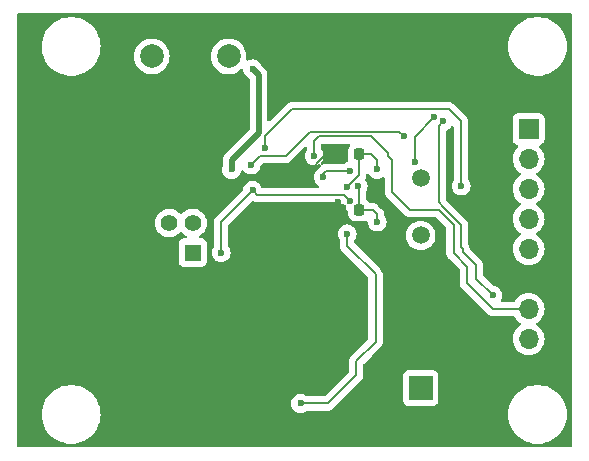
<source format=gbr>
%TF.GenerationSoftware,KiCad,Pcbnew,8.0.3*%
%TF.CreationDate,2024-07-10T12:56:16+05:30*%
%TF.ProjectId,Project_Rfid,50726f6a-6563-4745-9f52-6669642e6b69,rev?*%
%TF.SameCoordinates,Original*%
%TF.FileFunction,Copper,L2,Bot*%
%TF.FilePolarity,Positive*%
%FSLAX46Y46*%
G04 Gerber Fmt 4.6, Leading zero omitted, Abs format (unit mm)*
G04 Created by KiCad (PCBNEW 8.0.3) date 2024-07-10 12:56:16*
%MOMM*%
%LPD*%
G01*
G04 APERTURE LIST*
G04 Aperture macros list*
%AMRoundRect*
0 Rectangle with rounded corners*
0 $1 Rounding radius*
0 $2 $3 $4 $5 $6 $7 $8 $9 X,Y pos of 4 corners*
0 Add a 4 corners polygon primitive as box body*
4,1,4,$2,$3,$4,$5,$6,$7,$8,$9,$2,$3,0*
0 Add four circle primitives for the rounded corners*
1,1,$1+$1,$2,$3*
1,1,$1+$1,$4,$5*
1,1,$1+$1,$6,$7*
1,1,$1+$1,$8,$9*
0 Add four rect primitives between the rounded corners*
20,1,$1+$1,$2,$3,$4,$5,0*
20,1,$1+$1,$4,$5,$6,$7,0*
20,1,$1+$1,$6,$7,$8,$9,0*
20,1,$1+$1,$8,$9,$2,$3,0*%
G04 Aperture macros list end*
%TA.AperFunction,ComponentPad*%
%ADD10R,1.700000X1.700000*%
%TD*%
%TA.AperFunction,ComponentPad*%
%ADD11O,1.700000X1.700000*%
%TD*%
%TA.AperFunction,ComponentPad*%
%ADD12R,1.408000X1.408000*%
%TD*%
%TA.AperFunction,ComponentPad*%
%ADD13C,1.408000*%
%TD*%
%TA.AperFunction,ComponentPad*%
%ADD14C,3.316000*%
%TD*%
%TA.AperFunction,ComponentPad*%
%ADD15R,2.000000X2.000000*%
%TD*%
%TA.AperFunction,ComponentPad*%
%ADD16C,2.000000*%
%TD*%
%TA.AperFunction,ComponentPad*%
%ADD17C,1.500000*%
%TD*%
%TA.AperFunction,SMDPad,CuDef*%
%ADD18RoundRect,0.225000X0.225000X0.250000X-0.225000X0.250000X-0.225000X-0.250000X0.225000X-0.250000X0*%
%TD*%
%TA.AperFunction,ViaPad*%
%ADD19C,0.600000*%
%TD*%
%TA.AperFunction,Conductor*%
%ADD20C,0.200000*%
%TD*%
%TA.AperFunction,Conductor*%
%ADD21C,0.500000*%
%TD*%
G04 APERTURE END LIST*
D10*
%TO.P,J1,1,Pin_1*%
%TO.N,/MF-SDA*%
X154305000Y-101727000D03*
D11*
%TO.P,J1,2,Pin_2*%
%TO.N,/MF-SCK*%
X154305000Y-104267000D03*
%TO.P,J1,3,Pin_3*%
%TO.N,/MF-MOSI*%
X154305000Y-106807000D03*
%TO.P,J1,4,Pin_4*%
%TO.N,/MF-MISO*%
X154305000Y-109347000D03*
%TO.P,J1,5,Pin_5*%
%TO.N,unconnected-(J1-Pin_5-Pad5)*%
X154305000Y-111887000D03*
%TO.P,J1,6,Pin_6*%
%TO.N,GND*%
X154305000Y-114427000D03*
%TO.P,J1,7,Pin_7*%
%TO.N,/MF-RST*%
X154305000Y-116967000D03*
%TO.P,J1,8,Pin_8*%
%TO.N,+3.3V*%
X154305000Y-119507000D03*
%TD*%
D12*
%TO.P,J2,1,VCC*%
%TO.N,VCC*%
X125872000Y-112191000D03*
D13*
%TO.P,J2,2,D-*%
%TO.N,Net-(J2-D-)*%
X125872000Y-109691000D03*
%TO.P,J2,3,D+*%
%TO.N,Net-(J2-D+)*%
X123872000Y-109691000D03*
%TO.P,J2,4,GND*%
%TO.N,GND*%
X123872000Y-112191000D03*
D14*
%TO.P,J2,S1,SHIELD*%
X121172000Y-104921000D03*
%TO.P,J2,S2,SHIELD*%
X121172000Y-116961000D03*
%TD*%
D15*
%TO.P,BZ1,1,+*%
%TO.N,Net-(BZ1-+)*%
X145161000Y-123655785D03*
D16*
%TO.P,BZ1,2,-*%
%TO.N,GND*%
X145161000Y-118655785D03*
%TD*%
D17*
%TO.P,Y1,1,1*%
%TO.N,Net-(U1-XTAL2{slash}PB7)*%
X145161000Y-110744000D03*
%TO.P,Y1,2,2*%
%TO.N,Net-(U1-XTAL1{slash}PB6)*%
X145161000Y-105864000D03*
%TD*%
D16*
%TO.P,SW1,1,1*%
%TO.N,/RST*%
X122405000Y-95576000D03*
X128905000Y-95576000D03*
%TO.P,SW1,2,2*%
%TO.N,GND*%
X122405000Y-100076000D03*
X128905000Y-100076000D03*
%TD*%
D18*
%TO.P,C2,1*%
%TO.N,Net-(U1-XTAL2{slash}PB7)*%
X139954000Y-108585000D03*
%TO.P,C2,2*%
%TO.N,GND*%
X138404000Y-108585000D03*
%TD*%
%TO.P,C1,1*%
%TO.N,Net-(U1-XTAL1{slash}PB6)*%
X139954000Y-103886000D03*
%TO.P,C1,2*%
%TO.N,GND*%
X138404000Y-103886000D03*
%TD*%
D19*
%TO.N,GND*%
X141478000Y-122047000D03*
X138176000Y-107915000D03*
X129108531Y-106802590D03*
%TO.N,Net-(U1-XTAL1{slash}PB6)*%
X138938000Y-106680000D03*
X141478000Y-105156000D03*
%TO.N,Net-(U1-XTAL2{slash}PB7)*%
X139870265Y-106596265D03*
X141478000Y-109601000D03*
%TO.N,VCC*%
X139179000Y-107857151D03*
X130937000Y-106934000D03*
X128270000Y-112191000D03*
%TO.N,+3.3V*%
X151257000Y-115824000D03*
X147066000Y-101092000D03*
%TO.N,/MF-RST*%
X136144000Y-104013000D03*
%TO.N,/MF-SCK*%
X130810000Y-104775000D03*
X143764000Y-102362000D03*
%TO.N,/MF-MISO*%
X131953000Y-103378000D03*
X148590000Y-106553000D03*
%TO.N,/MF-SDA*%
X139192000Y-105283000D03*
X144653000Y-104521000D03*
X136906000Y-105791000D03*
X146316000Y-100711000D03*
%TO.N,Net-(U1-PD3)*%
X138938000Y-110617000D03*
X135001000Y-124968000D03*
%TO.N,/RST*%
X129159000Y-105156000D03*
X130937000Y-96647000D03*
%TD*%
D20*
%TO.N,GND*%
X138404000Y-103886000D02*
X137160000Y-103886000D01*
X130429000Y-105918000D02*
X129993121Y-105918000D01*
X141769785Y-122047000D02*
X145161000Y-118655785D01*
X141478000Y-122047000D02*
X141769785Y-122047000D01*
X138176000Y-107915000D02*
X138176000Y-108357000D01*
X130556000Y-105791000D02*
X130429000Y-105918000D01*
X129993121Y-105918000D02*
X129108531Y-106802590D01*
X135255000Y-105791000D02*
X130556000Y-105791000D01*
X138176000Y-108357000D02*
X138404000Y-108585000D01*
X137160000Y-103886000D02*
X135255000Y-105791000D01*
%TO.N,Net-(U1-XTAL1{slash}PB6)*%
X141478000Y-104394000D02*
X140970000Y-103886000D01*
X141478000Y-105156000D02*
X141478000Y-104394000D01*
X140970000Y-103886000D02*
X139954000Y-103886000D01*
X138938000Y-106680000D02*
X139954000Y-105664000D01*
X139954000Y-105664000D02*
X139954000Y-103886000D01*
%TO.N,Net-(U1-XTAL2{slash}PB7)*%
X141478000Y-109601000D02*
X141478000Y-108966000D01*
X141478000Y-108966000D02*
X141097000Y-108585000D01*
X139954000Y-106680000D02*
X139954000Y-108585000D01*
X141097000Y-108585000D02*
X139954000Y-108585000D01*
X139870265Y-106596265D02*
X139954000Y-106680000D01*
%TO.N,VCC*%
X131318000Y-107315000D02*
X130937000Y-106934000D01*
X139179000Y-107857151D02*
X138636849Y-107315000D01*
X128270000Y-112191000D02*
X128270000Y-109601000D01*
X128270000Y-109601000D02*
X130937000Y-106934000D01*
X138636849Y-107315000D02*
X131318000Y-107315000D01*
%TO.N,+3.3V*%
X149860000Y-114427000D02*
X149860000Y-113284000D01*
X148590000Y-111760000D02*
X148590000Y-109982000D01*
X146685000Y-101473000D02*
X147066000Y-101092000D01*
X148590000Y-109855000D02*
X147066000Y-108331000D01*
X148717000Y-111887000D02*
X148590000Y-111760000D01*
X148717000Y-112141000D02*
X148717000Y-111887000D01*
X146685000Y-103759000D02*
X146685000Y-101473000D01*
X148590000Y-109982000D02*
X148590000Y-109855000D01*
X146685000Y-107950000D02*
X146685000Y-103759000D01*
X149860000Y-113284000D02*
X148717000Y-112141000D01*
X147066000Y-108331000D02*
X146685000Y-107950000D01*
X151257000Y-115824000D02*
X149860000Y-114427000D01*
%TO.N,/MF-RST*%
X136144000Y-102743000D02*
X136525000Y-102362000D01*
X142367000Y-104013000D02*
X142748000Y-104394000D01*
X142748000Y-107061000D02*
X144272000Y-108585000D01*
X147955000Y-112268000D02*
X149098000Y-113411000D01*
X142748000Y-104394000D02*
X142748000Y-107061000D01*
X151257000Y-116967000D02*
X154305000Y-116967000D01*
X149098000Y-114808000D02*
X151257000Y-116967000D01*
X146685000Y-108585000D02*
X147955000Y-109855000D01*
X142367000Y-103759000D02*
X142367000Y-104013000D01*
X144272000Y-108585000D02*
X146685000Y-108585000D01*
X140970000Y-102362000D02*
X142367000Y-103759000D01*
X136525000Y-102362000D02*
X140970000Y-102362000D01*
X136144000Y-104013000D02*
X136144000Y-102743000D01*
X147955000Y-109855000D02*
X147955000Y-112268000D01*
X149098000Y-113411000D02*
X149098000Y-114808000D01*
%TO.N,/MF-SCK*%
X143364000Y-101962000D02*
X143764000Y-102362000D01*
X135782000Y-101962000D02*
X143364000Y-101962000D01*
X133731000Y-104013000D02*
X135782000Y-101962000D01*
X131572000Y-104013000D02*
X133731000Y-104013000D01*
X130810000Y-104775000D02*
X131572000Y-104013000D01*
%TO.N,/MF-MISO*%
X148590000Y-101092000D02*
X148590000Y-106553000D01*
X131953000Y-102362000D02*
X134239000Y-100076000D01*
X134239000Y-100076000D02*
X147574000Y-100076000D01*
X131953000Y-103378000D02*
X131953000Y-102362000D01*
X147574000Y-100076000D02*
X148590000Y-101092000D01*
%TO.N,/MF-SDA*%
X144653000Y-102374000D02*
X146316000Y-100711000D01*
X144653000Y-104521000D02*
X144653000Y-102374000D01*
X136906000Y-105537000D02*
X137160000Y-105283000D01*
X137160000Y-105283000D02*
X139192000Y-105283000D01*
X136906000Y-105791000D02*
X136906000Y-105537000D01*
%TO.N,Net-(U1-PD3)*%
X139192000Y-123063000D02*
X137287000Y-124968000D01*
X138938000Y-111633000D02*
X141351000Y-114046000D01*
X141351000Y-114046000D02*
X141351000Y-119761000D01*
X139700000Y-121412000D02*
X139700000Y-122555000D01*
X141351000Y-119761000D02*
X139700000Y-121412000D01*
X137287000Y-124968000D02*
X135001000Y-124968000D01*
X138938000Y-110617000D02*
X138938000Y-111633000D01*
X139700000Y-122555000D02*
X139192000Y-123063000D01*
D21*
%TO.N,/RST*%
X131445000Y-97155000D02*
X130937000Y-96647000D01*
X129159000Y-105156000D02*
X129159000Y-104394000D01*
X129159000Y-104394000D02*
X131445000Y-102108000D01*
X131445000Y-102108000D02*
X131445000Y-97155000D01*
%TD*%
%TA.AperFunction,Conductor*%
%TO.N,GND*%
G36*
X139144165Y-102982185D02*
G01*
X139189920Y-103034989D01*
X139199864Y-103104147D01*
X139170839Y-103167703D01*
X139164807Y-103174181D01*
X139156032Y-103182955D01*
X139156029Y-103182959D01*
X139067001Y-103327294D01*
X139066996Y-103327305D01*
X139013651Y-103488290D01*
X139003500Y-103587647D01*
X139003500Y-104184337D01*
X139003501Y-104184355D01*
X139013650Y-104283707D01*
X139013651Y-104283711D01*
X139038717Y-104359354D01*
X139041119Y-104429183D01*
X139005387Y-104489225D01*
X138961966Y-104515399D01*
X138842480Y-104557209D01*
X138689736Y-104653185D01*
X138686903Y-104655445D01*
X138684724Y-104656334D01*
X138683842Y-104656889D01*
X138683744Y-104656734D01*
X138622217Y-104681855D01*
X138609588Y-104682500D01*
X137080942Y-104682500D01*
X136928215Y-104723423D01*
X136901601Y-104738789D01*
X136901595Y-104738792D01*
X136886067Y-104747756D01*
X136818166Y-104764225D01*
X136752141Y-104741370D01*
X136708953Y-104686446D01*
X136702315Y-104616892D01*
X136734335Y-104554791D01*
X136736351Y-104552727D01*
X136773816Y-104515262D01*
X136869789Y-104362522D01*
X136929368Y-104192255D01*
X136930258Y-104184355D01*
X136949565Y-104013003D01*
X136949565Y-104012996D01*
X136929369Y-103833750D01*
X136929368Y-103833745D01*
X136905056Y-103764265D01*
X136869789Y-103663478D01*
X136773816Y-103510738D01*
X136773814Y-103510736D01*
X136773813Y-103510734D01*
X136771550Y-103507896D01*
X136770659Y-103505715D01*
X136770111Y-103504842D01*
X136770264Y-103504745D01*
X136745144Y-103443209D01*
X136744500Y-103430587D01*
X136744500Y-103086500D01*
X136764185Y-103019461D01*
X136816989Y-102973706D01*
X136868500Y-102962500D01*
X139077126Y-102962500D01*
X139144165Y-102982185D01*
G37*
%TD.AperFunction*%
%TA.AperFunction,Conductor*%
G36*
X157938539Y-91960185D02*
G01*
X157984294Y-92012989D01*
X157995500Y-92064500D01*
X157995500Y-128534500D01*
X157975815Y-128601539D01*
X157923011Y-128647294D01*
X157871500Y-128658500D01*
X111114500Y-128658500D01*
X111047461Y-128638815D01*
X111001706Y-128586011D01*
X110990500Y-128534500D01*
X110990500Y-125901130D01*
X113076716Y-125901130D01*
X113076716Y-125901141D01*
X113096374Y-126213616D01*
X113096375Y-126213623D01*
X113155048Y-126521195D01*
X113251803Y-126818976D01*
X113251805Y-126818981D01*
X113385117Y-127102281D01*
X113385120Y-127102287D01*
X113552887Y-127366647D01*
X113552890Y-127366651D01*
X113552891Y-127366652D01*
X113752474Y-127607906D01*
X113980719Y-127822242D01*
X113980729Y-127822250D01*
X114234020Y-128006277D01*
X114234025Y-128006279D01*
X114234032Y-128006285D01*
X114508411Y-128157127D01*
X114508416Y-128157129D01*
X114508418Y-128157130D01*
X114508419Y-128157131D01*
X114799529Y-128272389D01*
X114799532Y-128272390D01*
X115102801Y-128350256D01*
X115102805Y-128350257D01*
X115167973Y-128358489D01*
X115413433Y-128389499D01*
X115413442Y-128389499D01*
X115413445Y-128389500D01*
X115413447Y-128389500D01*
X115726553Y-128389500D01*
X115726555Y-128389500D01*
X115726558Y-128389499D01*
X115726566Y-128389499D01*
X115911925Y-128366082D01*
X116037195Y-128350257D01*
X116340467Y-128272390D01*
X116340470Y-128272389D01*
X116631580Y-128157131D01*
X116631581Y-128157130D01*
X116631579Y-128157130D01*
X116631589Y-128157127D01*
X116905968Y-128006285D01*
X117159279Y-127822244D01*
X117387526Y-127607906D01*
X117587109Y-127366652D01*
X117754881Y-127102285D01*
X117888197Y-126818975D01*
X117984953Y-126521191D01*
X118043624Y-126213627D01*
X118063284Y-125901136D01*
X118063284Y-125901130D01*
X152573716Y-125901130D01*
X152573716Y-125901141D01*
X152593374Y-126213616D01*
X152593375Y-126213623D01*
X152652048Y-126521195D01*
X152748803Y-126818976D01*
X152748805Y-126818981D01*
X152882117Y-127102281D01*
X152882120Y-127102287D01*
X153049887Y-127366647D01*
X153049890Y-127366651D01*
X153049891Y-127366652D01*
X153249474Y-127607906D01*
X153477719Y-127822242D01*
X153477729Y-127822250D01*
X153731020Y-128006277D01*
X153731025Y-128006279D01*
X153731032Y-128006285D01*
X154005411Y-128157127D01*
X154005416Y-128157129D01*
X154005418Y-128157130D01*
X154005419Y-128157131D01*
X154296529Y-128272389D01*
X154296532Y-128272390D01*
X154599801Y-128350256D01*
X154599805Y-128350257D01*
X154664973Y-128358489D01*
X154910433Y-128389499D01*
X154910442Y-128389499D01*
X154910445Y-128389500D01*
X154910447Y-128389500D01*
X155223553Y-128389500D01*
X155223555Y-128389500D01*
X155223558Y-128389499D01*
X155223566Y-128389499D01*
X155408925Y-128366082D01*
X155534195Y-128350257D01*
X155837467Y-128272390D01*
X155837470Y-128272389D01*
X156128580Y-128157131D01*
X156128581Y-128157130D01*
X156128579Y-128157130D01*
X156128589Y-128157127D01*
X156402968Y-128006285D01*
X156656279Y-127822244D01*
X156884526Y-127607906D01*
X157084109Y-127366652D01*
X157251881Y-127102285D01*
X157385197Y-126818975D01*
X157481953Y-126521191D01*
X157540624Y-126213627D01*
X157560284Y-125901136D01*
X157550987Y-125753369D01*
X157540625Y-125588655D01*
X157540624Y-125588648D01*
X157540624Y-125588645D01*
X157481953Y-125281081D01*
X157385197Y-124983297D01*
X157251881Y-124699987D01*
X157149746Y-124539048D01*
X157084112Y-124435624D01*
X157027755Y-124367500D01*
X156884526Y-124194366D01*
X156656279Y-123980028D01*
X156656276Y-123980026D01*
X156656270Y-123980021D01*
X156402979Y-123795994D01*
X156402972Y-123795989D01*
X156402968Y-123795987D01*
X156128589Y-123645145D01*
X156128586Y-123645143D01*
X156128581Y-123645141D01*
X156128580Y-123645140D01*
X155837470Y-123529882D01*
X155837467Y-123529881D01*
X155534198Y-123452015D01*
X155534185Y-123452013D01*
X155223566Y-123412772D01*
X155223555Y-123412772D01*
X154910445Y-123412772D01*
X154910433Y-123412772D01*
X154599814Y-123452013D01*
X154599801Y-123452015D01*
X154296532Y-123529881D01*
X154296529Y-123529882D01*
X154005419Y-123645140D01*
X154005418Y-123645141D01*
X153731032Y-123795987D01*
X153731020Y-123795994D01*
X153477729Y-123980021D01*
X153477719Y-123980029D01*
X153249476Y-124194364D01*
X153049887Y-124435624D01*
X152882120Y-124699984D01*
X152882117Y-124699990D01*
X152748805Y-124983290D01*
X152748803Y-124983295D01*
X152652048Y-125281076D01*
X152593375Y-125588648D01*
X152593374Y-125588655D01*
X152573716Y-125901130D01*
X118063284Y-125901130D01*
X118053987Y-125753369D01*
X118043625Y-125588655D01*
X118043624Y-125588648D01*
X118043624Y-125588645D01*
X117984953Y-125281081D01*
X117888197Y-124983297D01*
X117880997Y-124967996D01*
X134195435Y-124967996D01*
X134195435Y-124968003D01*
X134215630Y-125147249D01*
X134215631Y-125147254D01*
X134275211Y-125317523D01*
X134371184Y-125470262D01*
X134498738Y-125597816D01*
X134651478Y-125693789D01*
X134821745Y-125753368D01*
X134821750Y-125753369D01*
X135000996Y-125773565D01*
X135001000Y-125773565D01*
X135001004Y-125773565D01*
X135180249Y-125753369D01*
X135180252Y-125753368D01*
X135180255Y-125753368D01*
X135350522Y-125693789D01*
X135503262Y-125597816D01*
X135503267Y-125597810D01*
X135506097Y-125595555D01*
X135508275Y-125594665D01*
X135509158Y-125594111D01*
X135509255Y-125594265D01*
X135570783Y-125569145D01*
X135583412Y-125568500D01*
X137200331Y-125568500D01*
X137200347Y-125568501D01*
X137207943Y-125568501D01*
X137366054Y-125568501D01*
X137366057Y-125568501D01*
X137518785Y-125527577D01*
X137568904Y-125498639D01*
X137655716Y-125448520D01*
X137767520Y-125336716D01*
X137767520Y-125336714D01*
X137777728Y-125326507D01*
X137777729Y-125326504D01*
X139672519Y-123431716D01*
X140058506Y-123045727D01*
X140058511Y-123045724D01*
X140068714Y-123035520D01*
X140068716Y-123035520D01*
X140180520Y-122923716D01*
X140259577Y-122786784D01*
X140300500Y-122634057D01*
X140300500Y-122607920D01*
X143660500Y-122607920D01*
X143660500Y-124703655D01*
X143660501Y-124703661D01*
X143666908Y-124763268D01*
X143717202Y-124898113D01*
X143717206Y-124898120D01*
X143803452Y-125013329D01*
X143803455Y-125013332D01*
X143918664Y-125099578D01*
X143918671Y-125099582D01*
X144053517Y-125149876D01*
X144053516Y-125149876D01*
X144060444Y-125150620D01*
X144113127Y-125156285D01*
X146208872Y-125156284D01*
X146268483Y-125149876D01*
X146403331Y-125099581D01*
X146518546Y-125013331D01*
X146604796Y-124898116D01*
X146655091Y-124763268D01*
X146661500Y-124703658D01*
X146661499Y-122607913D01*
X146655091Y-122548302D01*
X146604796Y-122413454D01*
X146604795Y-122413453D01*
X146604793Y-122413449D01*
X146518547Y-122298240D01*
X146518544Y-122298237D01*
X146403335Y-122211991D01*
X146403328Y-122211987D01*
X146268482Y-122161693D01*
X146268483Y-122161693D01*
X146208883Y-122155286D01*
X146208881Y-122155285D01*
X146208873Y-122155285D01*
X146208864Y-122155285D01*
X144113129Y-122155285D01*
X144113123Y-122155286D01*
X144053516Y-122161693D01*
X143918671Y-122211987D01*
X143918664Y-122211991D01*
X143803455Y-122298237D01*
X143803452Y-122298240D01*
X143717206Y-122413449D01*
X143717202Y-122413456D01*
X143666908Y-122548302D01*
X143663234Y-122582481D01*
X143660501Y-122607908D01*
X143660500Y-122607920D01*
X140300500Y-122607920D01*
X140300500Y-121712097D01*
X140320185Y-121645058D01*
X140336819Y-121624416D01*
X141029757Y-120931478D01*
X141831520Y-120129716D01*
X141910577Y-119992784D01*
X141951501Y-119840057D01*
X141951501Y-119681942D01*
X141951501Y-119674347D01*
X141951500Y-119674329D01*
X141951500Y-113966945D01*
X141951500Y-113966943D01*
X141910577Y-113814216D01*
X141851042Y-113711097D01*
X141831524Y-113677290D01*
X141831521Y-113677286D01*
X141831520Y-113677284D01*
X141719716Y-113565480D01*
X141719715Y-113565479D01*
X141715385Y-113561149D01*
X141715374Y-113561139D01*
X139574819Y-111420584D01*
X139541334Y-111359261D01*
X139538500Y-111332903D01*
X139538500Y-111199412D01*
X139558185Y-111132373D01*
X139565555Y-111122097D01*
X139567810Y-111119267D01*
X139567816Y-111119262D01*
X139663789Y-110966522D01*
X139723368Y-110796255D01*
X139723369Y-110796249D01*
X139729256Y-110743997D01*
X143905723Y-110743997D01*
X143905723Y-110744002D01*
X143910295Y-110796255D01*
X143923055Y-110942116D01*
X143924793Y-110961975D01*
X143924793Y-110961979D01*
X143981422Y-111173322D01*
X143981424Y-111173326D01*
X143981425Y-111173330D01*
X143998137Y-111209169D01*
X144073897Y-111371638D01*
X144079414Y-111379517D01*
X144199402Y-111550877D01*
X144354123Y-111705598D01*
X144533361Y-111831102D01*
X144731670Y-111923575D01*
X144943023Y-111980207D01*
X145125926Y-111996208D01*
X145160998Y-111999277D01*
X145161000Y-111999277D01*
X145161002Y-111999277D01*
X145189254Y-111996805D01*
X145378977Y-111980207D01*
X145590330Y-111923575D01*
X145788639Y-111831102D01*
X145967877Y-111705598D01*
X146122598Y-111550877D01*
X146248102Y-111371639D01*
X146340575Y-111173330D01*
X146397207Y-110961977D01*
X146416277Y-110744000D01*
X146397207Y-110526023D01*
X146340575Y-110314670D01*
X146248102Y-110116362D01*
X146248100Y-110116359D01*
X146248099Y-110116357D01*
X146122599Y-109937124D01*
X146076686Y-109891211D01*
X145967877Y-109782402D01*
X145821718Y-109680060D01*
X145788638Y-109656897D01*
X145654290Y-109594250D01*
X145590330Y-109564425D01*
X145590326Y-109564424D01*
X145590322Y-109564422D01*
X145378977Y-109507793D01*
X145161002Y-109488723D01*
X145160998Y-109488723D01*
X145015682Y-109501436D01*
X144943023Y-109507793D01*
X144943020Y-109507793D01*
X144731677Y-109564422D01*
X144731668Y-109564426D01*
X144533361Y-109656898D01*
X144533357Y-109656900D01*
X144354121Y-109782402D01*
X144199402Y-109937121D01*
X144073900Y-110116357D01*
X144073898Y-110116361D01*
X143981426Y-110314668D01*
X143981422Y-110314677D01*
X143924793Y-110526020D01*
X143924793Y-110526024D01*
X143905723Y-110743997D01*
X139729256Y-110743997D01*
X139743565Y-110617003D01*
X139743565Y-110616996D01*
X139723369Y-110437750D01*
X139723368Y-110437745D01*
X139705084Y-110385493D01*
X139663789Y-110267478D01*
X139632952Y-110218402D01*
X139576137Y-110127981D01*
X139567816Y-110114738D01*
X139440262Y-109987184D01*
X139287523Y-109891211D01*
X139117254Y-109831631D01*
X139117249Y-109831630D01*
X138938004Y-109811435D01*
X138937996Y-109811435D01*
X138758750Y-109831630D01*
X138758745Y-109831631D01*
X138588476Y-109891211D01*
X138435737Y-109987184D01*
X138308184Y-110114737D01*
X138212211Y-110267476D01*
X138152631Y-110437745D01*
X138152630Y-110437750D01*
X138132435Y-110616996D01*
X138132435Y-110617003D01*
X138152630Y-110796249D01*
X138152631Y-110796254D01*
X138212211Y-110966523D01*
X138308185Y-111119263D01*
X138310445Y-111122097D01*
X138311334Y-111124275D01*
X138311889Y-111125158D01*
X138311734Y-111125255D01*
X138336855Y-111186783D01*
X138337500Y-111199412D01*
X138337500Y-111546330D01*
X138337499Y-111546348D01*
X138337499Y-111712054D01*
X138337498Y-111712054D01*
X138337499Y-111712057D01*
X138372177Y-111841476D01*
X138378424Y-111864787D01*
X138390946Y-111886475D01*
X138390947Y-111886477D01*
X138457477Y-112001712D01*
X138457481Y-112001717D01*
X138576349Y-112120585D01*
X138576355Y-112120590D01*
X140714181Y-114258416D01*
X140747666Y-114319739D01*
X140750500Y-114346097D01*
X140750500Y-119460902D01*
X140730815Y-119527941D01*
X140714181Y-119548583D01*
X139219481Y-121043282D01*
X139219479Y-121043285D01*
X139169361Y-121130094D01*
X139169359Y-121130096D01*
X139140425Y-121180209D01*
X139140424Y-121180210D01*
X139140423Y-121180215D01*
X139099499Y-121332943D01*
X139099499Y-121332945D01*
X139099499Y-121501046D01*
X139099500Y-121501059D01*
X139099500Y-122254903D01*
X139079815Y-122321942D01*
X139063181Y-122342584D01*
X137074584Y-124331181D01*
X137013261Y-124364666D01*
X136986903Y-124367500D01*
X135583412Y-124367500D01*
X135516373Y-124347815D01*
X135506097Y-124340445D01*
X135503263Y-124338185D01*
X135503262Y-124338184D01*
X135446496Y-124302515D01*
X135350523Y-124242211D01*
X135180254Y-124182631D01*
X135180249Y-124182630D01*
X135001004Y-124162435D01*
X135000996Y-124162435D01*
X134821750Y-124182630D01*
X134821745Y-124182631D01*
X134651476Y-124242211D01*
X134498737Y-124338184D01*
X134371184Y-124465737D01*
X134275211Y-124618476D01*
X134215631Y-124788745D01*
X134215630Y-124788750D01*
X134195435Y-124967996D01*
X117880997Y-124967996D01*
X117754881Y-124699987D01*
X117652746Y-124539048D01*
X117587112Y-124435624D01*
X117530755Y-124367500D01*
X117387526Y-124194366D01*
X117159279Y-123980028D01*
X117159276Y-123980026D01*
X117159270Y-123980021D01*
X116905979Y-123795994D01*
X116905972Y-123795989D01*
X116905968Y-123795987D01*
X116631589Y-123645145D01*
X116631586Y-123645143D01*
X116631581Y-123645141D01*
X116631580Y-123645140D01*
X116340470Y-123529882D01*
X116340467Y-123529881D01*
X116037198Y-123452015D01*
X116037185Y-123452013D01*
X115726566Y-123412772D01*
X115726555Y-123412772D01*
X115413445Y-123412772D01*
X115413433Y-123412772D01*
X115102814Y-123452013D01*
X115102801Y-123452015D01*
X114799532Y-123529881D01*
X114799529Y-123529882D01*
X114508419Y-123645140D01*
X114508418Y-123645141D01*
X114234032Y-123795987D01*
X114234020Y-123795994D01*
X113980729Y-123980021D01*
X113980719Y-123980029D01*
X113752476Y-124194364D01*
X113552887Y-124435624D01*
X113385120Y-124699984D01*
X113385117Y-124699990D01*
X113251805Y-124983290D01*
X113251803Y-124983295D01*
X113155048Y-125281076D01*
X113096375Y-125588648D01*
X113096374Y-125588655D01*
X113076716Y-125901130D01*
X110990500Y-125901130D01*
X110990500Y-109690999D01*
X122662340Y-109690999D01*
X122662340Y-109691000D01*
X122682936Y-109913273D01*
X122682937Y-109913276D01*
X122744023Y-110127975D01*
X122744026Y-110127981D01*
X122795231Y-110230815D01*
X122843526Y-110327804D01*
X122978050Y-110505943D01*
X123143017Y-110656330D01*
X123143024Y-110656334D01*
X123143025Y-110656335D01*
X123332804Y-110773841D01*
X123332805Y-110773841D01*
X123332808Y-110773843D01*
X123540961Y-110854482D01*
X123760387Y-110895500D01*
X123760389Y-110895500D01*
X123983611Y-110895500D01*
X123983613Y-110895500D01*
X124203039Y-110854482D01*
X124411192Y-110773843D01*
X124600983Y-110656330D01*
X124765950Y-110505943D01*
X124773045Y-110496546D01*
X124829153Y-110454911D01*
X124898864Y-110450218D01*
X124960047Y-110483959D01*
X124970950Y-110496541D01*
X124976138Y-110503411D01*
X124978052Y-110505946D01*
X125099874Y-110617000D01*
X125143017Y-110656330D01*
X125305724Y-110757073D01*
X125352360Y-110809100D01*
X125363464Y-110878082D01*
X125335511Y-110942116D01*
X125277376Y-110980873D01*
X125240448Y-110986500D01*
X125120130Y-110986500D01*
X125120123Y-110986501D01*
X125060516Y-110992908D01*
X124925671Y-111043202D01*
X124925664Y-111043206D01*
X124810455Y-111129452D01*
X124810452Y-111129455D01*
X124724206Y-111244664D01*
X124724202Y-111244671D01*
X124673908Y-111379517D01*
X124669197Y-111423344D01*
X124667501Y-111439123D01*
X124667500Y-111439135D01*
X124667500Y-112942870D01*
X124667501Y-112942876D01*
X124673908Y-113002483D01*
X124724202Y-113137328D01*
X124724206Y-113137335D01*
X124810452Y-113252544D01*
X124810455Y-113252547D01*
X124925664Y-113338793D01*
X124925671Y-113338797D01*
X125060517Y-113389091D01*
X125060516Y-113389091D01*
X125067444Y-113389835D01*
X125120127Y-113395500D01*
X126623872Y-113395499D01*
X126683483Y-113389091D01*
X126818331Y-113338796D01*
X126933546Y-113252546D01*
X127019796Y-113137331D01*
X127070091Y-113002483D01*
X127076500Y-112942873D01*
X127076499Y-111439128D01*
X127070091Y-111379517D01*
X127067152Y-111371638D01*
X127019797Y-111244671D01*
X127019793Y-111244664D01*
X126933547Y-111129455D01*
X126933544Y-111129452D01*
X126818335Y-111043206D01*
X126818328Y-111043202D01*
X126683482Y-110992908D01*
X126683483Y-110992908D01*
X126623883Y-110986501D01*
X126623881Y-110986500D01*
X126623873Y-110986500D01*
X126623865Y-110986500D01*
X126503553Y-110986500D01*
X126436514Y-110966815D01*
X126390759Y-110914011D01*
X126380815Y-110844853D01*
X126409840Y-110781297D01*
X126438274Y-110757074D01*
X126600983Y-110656330D01*
X126765950Y-110505943D01*
X126900474Y-110327804D01*
X126999974Y-110127980D01*
X126999974Y-110127977D01*
X126999976Y-110127975D01*
X127061062Y-109913276D01*
X127061063Y-109913273D01*
X127068629Y-109831630D01*
X127081660Y-109691000D01*
X127068626Y-109550348D01*
X127061063Y-109468726D01*
X127061062Y-109468723D01*
X126999976Y-109254024D01*
X126999973Y-109254018D01*
X126945478Y-109144577D01*
X126900474Y-109054196D01*
X126765950Y-108876057D01*
X126600983Y-108725670D01*
X126600979Y-108725667D01*
X126600974Y-108725664D01*
X126411195Y-108608158D01*
X126411189Y-108608156D01*
X126203039Y-108527518D01*
X125983613Y-108486500D01*
X125760387Y-108486500D01*
X125540961Y-108527518D01*
X125409328Y-108578512D01*
X125332810Y-108608156D01*
X125332804Y-108608158D01*
X125143025Y-108725664D01*
X125143015Y-108725671D01*
X124978050Y-108876056D01*
X124978048Y-108876058D01*
X124970952Y-108885455D01*
X124914842Y-108927090D01*
X124845130Y-108931780D01*
X124783949Y-108898036D01*
X124773048Y-108885455D01*
X124765951Y-108876058D01*
X124765949Y-108876056D01*
X124683466Y-108800863D01*
X124600983Y-108725670D01*
X124600979Y-108725667D01*
X124600974Y-108725664D01*
X124411195Y-108608158D01*
X124411189Y-108608156D01*
X124203039Y-108527518D01*
X123983613Y-108486500D01*
X123760387Y-108486500D01*
X123540961Y-108527518D01*
X123409328Y-108578512D01*
X123332810Y-108608156D01*
X123332804Y-108608158D01*
X123143025Y-108725664D01*
X123143015Y-108725671D01*
X122978051Y-108876055D01*
X122843526Y-109054195D01*
X122744026Y-109254018D01*
X122744023Y-109254024D01*
X122682937Y-109468723D01*
X122682936Y-109468726D01*
X122662340Y-109690999D01*
X110990500Y-109690999D01*
X110990500Y-94741994D01*
X113076716Y-94741994D01*
X113076716Y-94742005D01*
X113096374Y-95054480D01*
X113096375Y-95054487D01*
X113096376Y-95054491D01*
X113148586Y-95328187D01*
X113155048Y-95362059D01*
X113251803Y-95659840D01*
X113251805Y-95659845D01*
X113385117Y-95943145D01*
X113385120Y-95943151D01*
X113552887Y-96207511D01*
X113552890Y-96207515D01*
X113552891Y-96207516D01*
X113752474Y-96448770D01*
X113963568Y-96647000D01*
X113980719Y-96663106D01*
X113980729Y-96663114D01*
X114234020Y-96847141D01*
X114234025Y-96847143D01*
X114234032Y-96847149D01*
X114508411Y-96997991D01*
X114508416Y-96997993D01*
X114508418Y-96997994D01*
X114508419Y-96997995D01*
X114799529Y-97113253D01*
X114799532Y-97113254D01*
X115102801Y-97191120D01*
X115102805Y-97191121D01*
X115167973Y-97199353D01*
X115413433Y-97230363D01*
X115413442Y-97230363D01*
X115413445Y-97230364D01*
X115413447Y-97230364D01*
X115726553Y-97230364D01*
X115726555Y-97230364D01*
X115726558Y-97230363D01*
X115726566Y-97230363D01*
X115911925Y-97206946D01*
X116037195Y-97191121D01*
X116340467Y-97113254D01*
X116340470Y-97113253D01*
X116631580Y-96997995D01*
X116631581Y-96997994D01*
X116631579Y-96997994D01*
X116631589Y-96997991D01*
X116905968Y-96847149D01*
X117159279Y-96663108D01*
X117387526Y-96448770D01*
X117587109Y-96207516D01*
X117754881Y-95943149D01*
X117888197Y-95659839D01*
X117915440Y-95575994D01*
X120899357Y-95575994D01*
X120899357Y-95576005D01*
X120919890Y-95823812D01*
X120919892Y-95823824D01*
X120980936Y-96064881D01*
X121080826Y-96292606D01*
X121216833Y-96500782D01*
X121216836Y-96500785D01*
X121385256Y-96683738D01*
X121581491Y-96836474D01*
X121800190Y-96954828D01*
X122035386Y-97035571D01*
X122280665Y-97076500D01*
X122529335Y-97076500D01*
X122774614Y-97035571D01*
X123009810Y-96954828D01*
X123228509Y-96836474D01*
X123424744Y-96683738D01*
X123593164Y-96500785D01*
X123729173Y-96292607D01*
X123829063Y-96064881D01*
X123890108Y-95823821D01*
X123890109Y-95823812D01*
X123910643Y-95576005D01*
X123910643Y-95575994D01*
X127399357Y-95575994D01*
X127399357Y-95576005D01*
X127419890Y-95823812D01*
X127419892Y-95823824D01*
X127480936Y-96064881D01*
X127580826Y-96292606D01*
X127716833Y-96500782D01*
X127716836Y-96500785D01*
X127885256Y-96683738D01*
X128081491Y-96836474D01*
X128300190Y-96954828D01*
X128535386Y-97035571D01*
X128780665Y-97076500D01*
X129029335Y-97076500D01*
X129274614Y-97035571D01*
X129509810Y-96954828D01*
X129728509Y-96836474D01*
X129924744Y-96683738D01*
X129928551Y-96679601D01*
X129988432Y-96643608D01*
X130058270Y-96645702D01*
X130115890Y-96685221D01*
X130142997Y-96749619D01*
X130143005Y-96749695D01*
X130151630Y-96826250D01*
X130151631Y-96826254D01*
X130211211Y-96996523D01*
X130284558Y-97113253D01*
X130307184Y-97149262D01*
X130434738Y-97276816D01*
X130587478Y-97372789D01*
X130587483Y-97372792D01*
X130593753Y-97375812D01*
X130592868Y-97377648D01*
X130628937Y-97400305D01*
X130658180Y-97429547D01*
X130691666Y-97490870D01*
X130694500Y-97517230D01*
X130694500Y-101745770D01*
X130674815Y-101812809D01*
X130658181Y-101833451D01*
X128576050Y-103915581D01*
X128576047Y-103915584D01*
X128542991Y-103965056D01*
X128542992Y-103965057D01*
X128493913Y-104038508D01*
X128437343Y-104175082D01*
X128437340Y-104175092D01*
X128408500Y-104320079D01*
X128408500Y-104856028D01*
X128401542Y-104896982D01*
X128373631Y-104976747D01*
X128353435Y-105155996D01*
X128353435Y-105156003D01*
X128373630Y-105335249D01*
X128373631Y-105335254D01*
X128433211Y-105505523D01*
X128505948Y-105621282D01*
X128529184Y-105658262D01*
X128656738Y-105785816D01*
X128809478Y-105881789D01*
X128963258Y-105935599D01*
X128979745Y-105941368D01*
X128979750Y-105941369D01*
X129158996Y-105961565D01*
X129159000Y-105961565D01*
X129159004Y-105961565D01*
X129338249Y-105941369D01*
X129338252Y-105941368D01*
X129338255Y-105941368D01*
X129508522Y-105881789D01*
X129661262Y-105785816D01*
X129788816Y-105658262D01*
X129884789Y-105505522D01*
X129944368Y-105335255D01*
X129946087Y-105319991D01*
X129973152Y-105255578D01*
X130030746Y-105216022D01*
X130100583Y-105213882D01*
X130160490Y-105249838D01*
X130174300Y-105267897D01*
X130180184Y-105277262D01*
X130307738Y-105404816D01*
X130356452Y-105435425D01*
X130443310Y-105490002D01*
X130460478Y-105500789D01*
X130499662Y-105514500D01*
X130630745Y-105560368D01*
X130630750Y-105560369D01*
X130809996Y-105580565D01*
X130810000Y-105580565D01*
X130810004Y-105580565D01*
X130989249Y-105560369D01*
X130989252Y-105560368D01*
X130989255Y-105560368D01*
X131159522Y-105500789D01*
X131312262Y-105404816D01*
X131439816Y-105277262D01*
X131535789Y-105124522D01*
X131595368Y-104954255D01*
X131605161Y-104867329D01*
X131632226Y-104802919D01*
X131640701Y-104793533D01*
X131784419Y-104649818D01*
X131845742Y-104616334D01*
X131872099Y-104613500D01*
X133644331Y-104613500D01*
X133644347Y-104613501D01*
X133651943Y-104613501D01*
X133810054Y-104613501D01*
X133810057Y-104613501D01*
X133962785Y-104572577D01*
X133962787Y-104572575D01*
X133962789Y-104572575D01*
X133962790Y-104572574D01*
X134013640Y-104543216D01*
X134013641Y-104543215D01*
X134099716Y-104493520D01*
X134211520Y-104381716D01*
X134211520Y-104381714D01*
X134221724Y-104371511D01*
X134221727Y-104371506D01*
X135331820Y-103261413D01*
X135393142Y-103227930D01*
X135462834Y-103232914D01*
X135518767Y-103274786D01*
X135543184Y-103340250D01*
X135543500Y-103349096D01*
X135543500Y-103430587D01*
X135523815Y-103497626D01*
X135516450Y-103507896D01*
X135514186Y-103510734D01*
X135418211Y-103663476D01*
X135358631Y-103833745D01*
X135358630Y-103833750D01*
X135338435Y-104012996D01*
X135338435Y-104013003D01*
X135358630Y-104192249D01*
X135358631Y-104192254D01*
X135418211Y-104362523D01*
X135503106Y-104497632D01*
X135514184Y-104515262D01*
X135641738Y-104642816D01*
X135703868Y-104681855D01*
X135781545Y-104730663D01*
X135794478Y-104738789D01*
X135903393Y-104776900D01*
X135964745Y-104798368D01*
X135964750Y-104798369D01*
X136143996Y-104818565D01*
X136144000Y-104818565D01*
X136144004Y-104818565D01*
X136323249Y-104798369D01*
X136323252Y-104798368D01*
X136323255Y-104798368D01*
X136493522Y-104738789D01*
X136506455Y-104730663D01*
X136517977Y-104723423D01*
X136534216Y-104713218D01*
X136601452Y-104694218D01*
X136668287Y-104714585D01*
X136713502Y-104767852D01*
X136722741Y-104837108D01*
X136693070Y-104900365D01*
X136687875Y-104905888D01*
X136679485Y-104914279D01*
X136537283Y-105056481D01*
X136491218Y-105102544D01*
X136469513Y-105119854D01*
X136403736Y-105161185D01*
X136276184Y-105288737D01*
X136180211Y-105441476D01*
X136120631Y-105611745D01*
X136120630Y-105611750D01*
X136100435Y-105790996D01*
X136100435Y-105791003D01*
X136120630Y-105970249D01*
X136120631Y-105970254D01*
X136180211Y-106140523D01*
X136219769Y-106203478D01*
X136276184Y-106293262D01*
X136403738Y-106420816D01*
X136462712Y-106457872D01*
X136506691Y-106485506D01*
X136552982Y-106537841D01*
X136563630Y-106606895D01*
X136535255Y-106670743D01*
X136476865Y-106709115D01*
X136440719Y-106714500D01*
X131796268Y-106714500D01*
X131729229Y-106694815D01*
X131683474Y-106642011D01*
X131679234Y-106631475D01*
X131662789Y-106584478D01*
X131654688Y-106571586D01*
X131620257Y-106516789D01*
X131566816Y-106431738D01*
X131439262Y-106304184D01*
X131421880Y-106293262D01*
X131286523Y-106208211D01*
X131116254Y-106148631D01*
X131116249Y-106148630D01*
X130937004Y-106128435D01*
X130936996Y-106128435D01*
X130757750Y-106148630D01*
X130757745Y-106148631D01*
X130587476Y-106208211D01*
X130434737Y-106304184D01*
X130307184Y-106431737D01*
X130211210Y-106584478D01*
X130151630Y-106754750D01*
X130141837Y-106841667D01*
X130114770Y-106906081D01*
X130106298Y-106915464D01*
X127901286Y-109120478D01*
X127789481Y-109232282D01*
X127789479Y-109232285D01*
X127778398Y-109251478D01*
X127757290Y-109288040D01*
X127739361Y-109319094D01*
X127739359Y-109319096D01*
X127710425Y-109369209D01*
X127710424Y-109369210D01*
X127709012Y-109374480D01*
X127669499Y-109521943D01*
X127669499Y-109521945D01*
X127669499Y-109690046D01*
X127669500Y-109690059D01*
X127669500Y-111608587D01*
X127649815Y-111675626D01*
X127642450Y-111685896D01*
X127640186Y-111688734D01*
X127544211Y-111841476D01*
X127484631Y-112011745D01*
X127484630Y-112011750D01*
X127464435Y-112190996D01*
X127464435Y-112191003D01*
X127484630Y-112370249D01*
X127484631Y-112370254D01*
X127544211Y-112540523D01*
X127559487Y-112564834D01*
X127640184Y-112693262D01*
X127767738Y-112820816D01*
X127858080Y-112877582D01*
X127918082Y-112915284D01*
X127920478Y-112916789D01*
X128090745Y-112976368D01*
X128090750Y-112976369D01*
X128269996Y-112996565D01*
X128270000Y-112996565D01*
X128270004Y-112996565D01*
X128449249Y-112976369D01*
X128449252Y-112976368D01*
X128449255Y-112976368D01*
X128619522Y-112916789D01*
X128772262Y-112820816D01*
X128899816Y-112693262D01*
X128995789Y-112540522D01*
X129055368Y-112370255D01*
X129055369Y-112370249D01*
X129075565Y-112191003D01*
X129075565Y-112190996D01*
X129055369Y-112011750D01*
X129055368Y-112011745D01*
X128995788Y-111841476D01*
X128914466Y-111712054D01*
X128899816Y-111688738D01*
X128899814Y-111688736D01*
X128899813Y-111688734D01*
X128897550Y-111685896D01*
X128896659Y-111683715D01*
X128896111Y-111682842D01*
X128896264Y-111682745D01*
X128871144Y-111621209D01*
X128870500Y-111608587D01*
X128870500Y-109901096D01*
X128890185Y-109834057D01*
X128906814Y-109813420D01*
X130866429Y-107853804D01*
X130927750Y-107820321D01*
X130997442Y-107825305D01*
X131016103Y-107834097D01*
X131086216Y-107874577D01*
X131198019Y-107904534D01*
X131238942Y-107915500D01*
X131238943Y-107915500D01*
X138269196Y-107915500D01*
X138336235Y-107935185D01*
X138381990Y-107987989D01*
X138392417Y-108025619D01*
X138393631Y-108036404D01*
X138453210Y-108206672D01*
X138453211Y-108206673D01*
X138549184Y-108359413D01*
X138676738Y-108486967D01*
X138829478Y-108582940D01*
X138920454Y-108614774D01*
X138977230Y-108655496D01*
X139002978Y-108720449D01*
X139003500Y-108731815D01*
X139003500Y-108883336D01*
X139003501Y-108883355D01*
X139013650Y-108982707D01*
X139013651Y-108982710D01*
X139066996Y-109143694D01*
X139067001Y-109143705D01*
X139156029Y-109288040D01*
X139156032Y-109288044D01*
X139275955Y-109407967D01*
X139275959Y-109407970D01*
X139420294Y-109496998D01*
X139420297Y-109496999D01*
X139420303Y-109497003D01*
X139581292Y-109550349D01*
X139680655Y-109560500D01*
X140227344Y-109560499D01*
X140227352Y-109560498D01*
X140227355Y-109560498D01*
X140281760Y-109554940D01*
X140326708Y-109550349D01*
X140487697Y-109497003D01*
X140487706Y-109496997D01*
X140494245Y-109493949D01*
X140495385Y-109496395D01*
X140550723Y-109481251D01*
X140617388Y-109502169D01*
X140662161Y-109555808D01*
X140670152Y-109594250D01*
X140671655Y-109594081D01*
X140692630Y-109780249D01*
X140692631Y-109780254D01*
X140752211Y-109950523D01*
X140775247Y-109987184D01*
X140848184Y-110103262D01*
X140975738Y-110230816D01*
X141034082Y-110267476D01*
X141109190Y-110314670D01*
X141128478Y-110326789D01*
X141296244Y-110385493D01*
X141298745Y-110386368D01*
X141298750Y-110386369D01*
X141477996Y-110406565D01*
X141478000Y-110406565D01*
X141478004Y-110406565D01*
X141657249Y-110386369D01*
X141657252Y-110386368D01*
X141657255Y-110386368D01*
X141827522Y-110326789D01*
X141980262Y-110230816D01*
X142107816Y-110103262D01*
X142203789Y-109950522D01*
X142263368Y-109780255D01*
X142274657Y-109680060D01*
X142283565Y-109601003D01*
X142283565Y-109600996D01*
X142263369Y-109421750D01*
X142263368Y-109421745D01*
X142246829Y-109374480D01*
X142203789Y-109251478D01*
X142191727Y-109232282D01*
X142155439Y-109174529D01*
X142107816Y-109098738D01*
X142107814Y-109098736D01*
X142107813Y-109098734D01*
X142105550Y-109095896D01*
X142104659Y-109093715D01*
X142104111Y-109092842D01*
X142104264Y-109092745D01*
X142079144Y-109031209D01*
X142078500Y-109018587D01*
X142078500Y-108886941D01*
X142075356Y-108875209D01*
X142075355Y-108875207D01*
X142058290Y-108811520D01*
X142037576Y-108734214D01*
X142037573Y-108734209D01*
X141958524Y-108597290D01*
X141958521Y-108597286D01*
X141958520Y-108597284D01*
X141846716Y-108485480D01*
X141846715Y-108485479D01*
X141842385Y-108481149D01*
X141842374Y-108481139D01*
X141584590Y-108223355D01*
X141584588Y-108223352D01*
X141465717Y-108104481D01*
X141465716Y-108104480D01*
X141378904Y-108054360D01*
X141378904Y-108054359D01*
X141378900Y-108054358D01*
X141328785Y-108025423D01*
X141176057Y-107984499D01*
X141017943Y-107984499D01*
X141010347Y-107984499D01*
X141010331Y-107984500D01*
X140884425Y-107984500D01*
X140817386Y-107964815D01*
X140778887Y-107925598D01*
X140751969Y-107881958D01*
X140751968Y-107881956D01*
X140632044Y-107762032D01*
X140613399Y-107750531D01*
X140566677Y-107698582D01*
X140554500Y-107644995D01*
X140554500Y-107047642D01*
X140573506Y-106981670D01*
X140596054Y-106945787D01*
X140655633Y-106775520D01*
X140657280Y-106760903D01*
X140675830Y-106596268D01*
X140675830Y-106596261D01*
X140655634Y-106417015D01*
X140655633Y-106417010D01*
X140612355Y-106293330D01*
X140596054Y-106246743D01*
X140500081Y-106094003D01*
X140500080Y-106094002D01*
X140495740Y-106088560D01*
X140497731Y-106086971D01*
X140469879Y-106035963D01*
X140474863Y-105966271D01*
X140483653Y-105947614D01*
X140503744Y-105912816D01*
X140513577Y-105895785D01*
X140554501Y-105743057D01*
X140554501Y-105621282D01*
X140574186Y-105554243D01*
X140626990Y-105508488D01*
X140696148Y-105498544D01*
X140759704Y-105527569D01*
X140783494Y-105555309D01*
X140848184Y-105658262D01*
X140975738Y-105785816D01*
X141128478Y-105881789D01*
X141282258Y-105935599D01*
X141298745Y-105941368D01*
X141298750Y-105941369D01*
X141477996Y-105961565D01*
X141478000Y-105961565D01*
X141478004Y-105961565D01*
X141657249Y-105941369D01*
X141657252Y-105941368D01*
X141657255Y-105941368D01*
X141827522Y-105881789D01*
X141957528Y-105800100D01*
X142024764Y-105781100D01*
X142091599Y-105801467D01*
X142136814Y-105854735D01*
X142147500Y-105905094D01*
X142147500Y-106974330D01*
X142147499Y-106974348D01*
X142147499Y-107140054D01*
X142147498Y-107140054D01*
X142188423Y-107292787D01*
X142194156Y-107302716D01*
X142194158Y-107302718D01*
X142267477Y-107429712D01*
X142267481Y-107429717D01*
X142386349Y-107548585D01*
X142386355Y-107548590D01*
X143787139Y-108949374D01*
X143787149Y-108949385D01*
X143791479Y-108953715D01*
X143791480Y-108953716D01*
X143903284Y-109065520D01*
X143903286Y-109065521D01*
X143903290Y-109065524D01*
X143998475Y-109120478D01*
X144040216Y-109144577D01*
X144152019Y-109174534D01*
X144192942Y-109185500D01*
X144192943Y-109185500D01*
X146384903Y-109185500D01*
X146451942Y-109205185D01*
X146472584Y-109221819D01*
X147318181Y-110067416D01*
X147351666Y-110128739D01*
X147354500Y-110155097D01*
X147354500Y-112181330D01*
X147354499Y-112181348D01*
X147354499Y-112347054D01*
X147354498Y-112347054D01*
X147395423Y-112499787D01*
X147401156Y-112509716D01*
X147401158Y-112509718D01*
X147474477Y-112636712D01*
X147474481Y-112636717D01*
X147593349Y-112755585D01*
X147593355Y-112755590D01*
X148461181Y-113623416D01*
X148494666Y-113684739D01*
X148497500Y-113711097D01*
X148497500Y-114721330D01*
X148497499Y-114721348D01*
X148497499Y-114887054D01*
X148497498Y-114887054D01*
X148538423Y-115039785D01*
X148567358Y-115089900D01*
X148567359Y-115089904D01*
X148567360Y-115089904D01*
X148617479Y-115176714D01*
X148617481Y-115176717D01*
X148736349Y-115295585D01*
X148736355Y-115295590D01*
X150772139Y-117331374D01*
X150772149Y-117331385D01*
X150776479Y-117335715D01*
X150776480Y-117335716D01*
X150888284Y-117447520D01*
X150975095Y-117497639D01*
X150975097Y-117497641D01*
X151013151Y-117519611D01*
X151025215Y-117526577D01*
X151177943Y-117567500D01*
X151336057Y-117567500D01*
X153015909Y-117567500D01*
X153082948Y-117587185D01*
X153128292Y-117639097D01*
X153130965Y-117644830D01*
X153130966Y-117644831D01*
X153266501Y-117838395D01*
X153266506Y-117838402D01*
X153433597Y-118005493D01*
X153433603Y-118005498D01*
X153619158Y-118135425D01*
X153662783Y-118190002D01*
X153669977Y-118259500D01*
X153638454Y-118321855D01*
X153619158Y-118338575D01*
X153433597Y-118468505D01*
X153266505Y-118635597D01*
X153130965Y-118829169D01*
X153130964Y-118829171D01*
X153031098Y-119043335D01*
X153031094Y-119043344D01*
X152969938Y-119271586D01*
X152969936Y-119271596D01*
X152949341Y-119506999D01*
X152949341Y-119507000D01*
X152969936Y-119742403D01*
X152969938Y-119742413D01*
X153031094Y-119970655D01*
X153031096Y-119970659D01*
X153031097Y-119970663D01*
X153041413Y-119992785D01*
X153130965Y-120184830D01*
X153130967Y-120184834D01*
X153239281Y-120339521D01*
X153266505Y-120378401D01*
X153433599Y-120545495D01*
X153530384Y-120613265D01*
X153627165Y-120681032D01*
X153627167Y-120681033D01*
X153627170Y-120681035D01*
X153841337Y-120780903D01*
X154069592Y-120842063D01*
X154257918Y-120858539D01*
X154304999Y-120862659D01*
X154305000Y-120862659D01*
X154305001Y-120862659D01*
X154344234Y-120859226D01*
X154540408Y-120842063D01*
X154768663Y-120780903D01*
X154982830Y-120681035D01*
X155176401Y-120545495D01*
X155343495Y-120378401D01*
X155479035Y-120184830D01*
X155578903Y-119970663D01*
X155640063Y-119742408D01*
X155660659Y-119507000D01*
X155640063Y-119271592D01*
X155578903Y-119043337D01*
X155479035Y-118829171D01*
X155343495Y-118635599D01*
X155343494Y-118635597D01*
X155176402Y-118468506D01*
X155176396Y-118468501D01*
X154990842Y-118338575D01*
X154947217Y-118283998D01*
X154940023Y-118214500D01*
X154971546Y-118152145D01*
X154990842Y-118135425D01*
X155013026Y-118119891D01*
X155176401Y-118005495D01*
X155343495Y-117838401D01*
X155479035Y-117644830D01*
X155578903Y-117430663D01*
X155640063Y-117202408D01*
X155660659Y-116967000D01*
X155640063Y-116731592D01*
X155578903Y-116503337D01*
X155479035Y-116289171D01*
X155479034Y-116289169D01*
X155343494Y-116095597D01*
X155176402Y-115928506D01*
X155176395Y-115928501D01*
X154982834Y-115792967D01*
X154982830Y-115792965D01*
X154982828Y-115792964D01*
X154768663Y-115693097D01*
X154768659Y-115693096D01*
X154768655Y-115693094D01*
X154540413Y-115631938D01*
X154540403Y-115631936D01*
X154305001Y-115611341D01*
X154304999Y-115611341D01*
X154069596Y-115631936D01*
X154069586Y-115631938D01*
X153841344Y-115693094D01*
X153841335Y-115693098D01*
X153627171Y-115792964D01*
X153627169Y-115792965D01*
X153433597Y-115928505D01*
X153266506Y-116095596D01*
X153130965Y-116289170D01*
X153130962Y-116289175D01*
X153128289Y-116294909D01*
X153082115Y-116347346D01*
X153015909Y-116366500D01*
X152085894Y-116366500D01*
X152018855Y-116346815D01*
X151973100Y-116294011D01*
X151963156Y-116224853D01*
X151980903Y-116176524D01*
X151982788Y-116173523D01*
X151982789Y-116173522D01*
X152042368Y-116003255D01*
X152050790Y-115928506D01*
X152062565Y-115824003D01*
X152062565Y-115823996D01*
X152042369Y-115644750D01*
X152042368Y-115644745D01*
X151982788Y-115474476D01*
X151886815Y-115321737D01*
X151759262Y-115194184D01*
X151606521Y-115098210D01*
X151436249Y-115038630D01*
X151349330Y-115028837D01*
X151284916Y-115001770D01*
X151275533Y-114993298D01*
X150496819Y-114214584D01*
X150463334Y-114153261D01*
X150460500Y-114126903D01*
X150460500Y-113204945D01*
X150460500Y-113204943D01*
X150419577Y-113052215D01*
X150387447Y-112996565D01*
X150340520Y-112915284D01*
X150228716Y-112803480D01*
X150228715Y-112803479D01*
X150224385Y-112799149D01*
X150224374Y-112799139D01*
X149353819Y-111928584D01*
X149320334Y-111867261D01*
X149317500Y-111840903D01*
X149317500Y-111807945D01*
X149317500Y-111807943D01*
X149299501Y-111740769D01*
X149276577Y-111655215D01*
X149222288Y-111561184D01*
X149222287Y-111561182D01*
X149207112Y-111534897D01*
X149190500Y-111472899D01*
X149190500Y-109775943D01*
X149185643Y-109757819D01*
X149185642Y-109757813D01*
X149179534Y-109735018D01*
X149179534Y-109735019D01*
X149149577Y-109623216D01*
X149149573Y-109623209D01*
X149070524Y-109486290D01*
X149070521Y-109486286D01*
X149070520Y-109486284D01*
X148958716Y-109374480D01*
X148958715Y-109374479D01*
X148954385Y-109370149D01*
X148954374Y-109370139D01*
X147321819Y-107737584D01*
X147288334Y-107676261D01*
X147285500Y-107649903D01*
X147285500Y-101951268D01*
X147305185Y-101884229D01*
X147357989Y-101838474D01*
X147368547Y-101834226D01*
X147370762Y-101833451D01*
X147415522Y-101817789D01*
X147568262Y-101721816D01*
X147695816Y-101594262D01*
X147760506Y-101491307D01*
X147812841Y-101445017D01*
X147881894Y-101434369D01*
X147945743Y-101462744D01*
X147984115Y-101521133D01*
X147989500Y-101557280D01*
X147989500Y-105970587D01*
X147969815Y-106037626D01*
X147962450Y-106047896D01*
X147960186Y-106050734D01*
X147864211Y-106203476D01*
X147804631Y-106373745D01*
X147804630Y-106373750D01*
X147784435Y-106552996D01*
X147784435Y-106553003D01*
X147804630Y-106732249D01*
X147804631Y-106732254D01*
X147864211Y-106902523D01*
X147932950Y-107011919D01*
X147960184Y-107055262D01*
X148087738Y-107182816D01*
X148178080Y-107239582D01*
X148227545Y-107270663D01*
X148240478Y-107278789D01*
X148410745Y-107338368D01*
X148410750Y-107338369D01*
X148589996Y-107358565D01*
X148590000Y-107358565D01*
X148590004Y-107358565D01*
X148769249Y-107338369D01*
X148769252Y-107338368D01*
X148769255Y-107338368D01*
X148939522Y-107278789D01*
X149092262Y-107182816D01*
X149219816Y-107055262D01*
X149315789Y-106902522D01*
X149375368Y-106732255D01*
X149375369Y-106732249D01*
X149395565Y-106553003D01*
X149395565Y-106552996D01*
X149375369Y-106373750D01*
X149375368Y-106373745D01*
X149360228Y-106330478D01*
X149315789Y-106203478D01*
X149299615Y-106177738D01*
X149269099Y-106129171D01*
X149219816Y-106050738D01*
X149219814Y-106050736D01*
X149219813Y-106050734D01*
X149217550Y-106047896D01*
X149216659Y-106045715D01*
X149216111Y-106044842D01*
X149216264Y-106044745D01*
X149191144Y-105983209D01*
X149190500Y-105970587D01*
X149190500Y-104266999D01*
X152949341Y-104266999D01*
X152949341Y-104267000D01*
X152969936Y-104502403D01*
X152969938Y-104502413D01*
X153031094Y-104730655D01*
X153031096Y-104730659D01*
X153031097Y-104730663D01*
X153112806Y-104905888D01*
X153130965Y-104944830D01*
X153130967Y-104944834D01*
X153266501Y-105138395D01*
X153266506Y-105138402D01*
X153433597Y-105305493D01*
X153433603Y-105305498D01*
X153619158Y-105435425D01*
X153662783Y-105490002D01*
X153669977Y-105559500D01*
X153638454Y-105621855D01*
X153619158Y-105638575D01*
X153433597Y-105768505D01*
X153266505Y-105935597D01*
X153130965Y-106129169D01*
X153130964Y-106129171D01*
X153031098Y-106343335D01*
X153031094Y-106343344D01*
X152969938Y-106571586D01*
X152969936Y-106571596D01*
X152949341Y-106806999D01*
X152949341Y-106807000D01*
X152969936Y-107042403D01*
X152969938Y-107042413D01*
X153031094Y-107270655D01*
X153031096Y-107270659D01*
X153031097Y-107270663D01*
X153105263Y-107429712D01*
X153130965Y-107484830D01*
X153130967Y-107484834D01*
X153175610Y-107548590D01*
X153246550Y-107649903D01*
X153266501Y-107678395D01*
X153266506Y-107678402D01*
X153433597Y-107845493D01*
X153433603Y-107845498D01*
X153619158Y-107975425D01*
X153662783Y-108030002D01*
X153669977Y-108099500D01*
X153638454Y-108161855D01*
X153619158Y-108178575D01*
X153433597Y-108308505D01*
X153266505Y-108475597D01*
X153130965Y-108669169D01*
X153130964Y-108669171D01*
X153064586Y-108811520D01*
X153031098Y-108883336D01*
X153031094Y-108883344D01*
X152969938Y-109111586D01*
X152969936Y-109111596D01*
X152949341Y-109346999D01*
X152949341Y-109347000D01*
X152969936Y-109582403D01*
X152969938Y-109582413D01*
X153031094Y-109810655D01*
X153031096Y-109810659D01*
X153031097Y-109810663D01*
X153090067Y-109937124D01*
X153130965Y-110024830D01*
X153130967Y-110024834D01*
X153266501Y-110218395D01*
X153266506Y-110218402D01*
X153433597Y-110385493D01*
X153433603Y-110385498D01*
X153619158Y-110515425D01*
X153662783Y-110570002D01*
X153669977Y-110639500D01*
X153638454Y-110701855D01*
X153619158Y-110718575D01*
X153433597Y-110848505D01*
X153266505Y-111015597D01*
X153130965Y-111209169D01*
X153130964Y-111209171D01*
X153031098Y-111423335D01*
X153031094Y-111423344D01*
X152969938Y-111651586D01*
X152969936Y-111651596D01*
X152949341Y-111886999D01*
X152949341Y-111887000D01*
X152969936Y-112122403D01*
X152969938Y-112122413D01*
X153031094Y-112350655D01*
X153031096Y-112350659D01*
X153031097Y-112350663D01*
X153040233Y-112370255D01*
X153130965Y-112564830D01*
X153130967Y-112564834D01*
X153220894Y-112693262D01*
X153266505Y-112758401D01*
X153433599Y-112925495D01*
X153458422Y-112942876D01*
X153627165Y-113061032D01*
X153627167Y-113061033D01*
X153627170Y-113061035D01*
X153841337Y-113160903D01*
X154069592Y-113222063D01*
X154257918Y-113238539D01*
X154304999Y-113242659D01*
X154305000Y-113242659D01*
X154305001Y-113242659D01*
X154344234Y-113239226D01*
X154540408Y-113222063D01*
X154768663Y-113160903D01*
X154982830Y-113061035D01*
X155176401Y-112925495D01*
X155343495Y-112758401D01*
X155479035Y-112564830D01*
X155578903Y-112350663D01*
X155640063Y-112122408D01*
X155660659Y-111887000D01*
X155640063Y-111651592D01*
X155578903Y-111423337D01*
X155479035Y-111209171D01*
X155453934Y-111173322D01*
X155343494Y-111015597D01*
X155176402Y-110848506D01*
X155176396Y-110848501D01*
X154990842Y-110718575D01*
X154947217Y-110663998D01*
X154940023Y-110594500D01*
X154971546Y-110532145D01*
X154990842Y-110515425D01*
X155035780Y-110483959D01*
X155176401Y-110385495D01*
X155343495Y-110218401D01*
X155479035Y-110024830D01*
X155578903Y-109810663D01*
X155640063Y-109582408D01*
X155660659Y-109347000D01*
X155658217Y-109319094D01*
X155652302Y-109251478D01*
X155640063Y-109111592D01*
X155578903Y-108883337D01*
X155479035Y-108669171D01*
X155460670Y-108642942D01*
X155343494Y-108475597D01*
X155176402Y-108308506D01*
X155176396Y-108308501D01*
X154990842Y-108178575D01*
X154947217Y-108123998D01*
X154940023Y-108054500D01*
X154971546Y-107992145D01*
X154990842Y-107975425D01*
X155029750Y-107948181D01*
X155176401Y-107845495D01*
X155343495Y-107678401D01*
X155479035Y-107484830D01*
X155578903Y-107270663D01*
X155640063Y-107042408D01*
X155660659Y-106807000D01*
X155640063Y-106571592D01*
X155578903Y-106343337D01*
X155479035Y-106129171D01*
X155454411Y-106094003D01*
X155343494Y-105935597D01*
X155176402Y-105768506D01*
X155176396Y-105768501D01*
X154990842Y-105638575D01*
X154947217Y-105583998D01*
X154940023Y-105514500D01*
X154971546Y-105452145D01*
X154990842Y-105435425D01*
X155133899Y-105335255D01*
X155176401Y-105305495D01*
X155343495Y-105138401D01*
X155479035Y-104944830D01*
X155578903Y-104730663D01*
X155640063Y-104502408D01*
X155660659Y-104267000D01*
X155640063Y-104031592D01*
X155578903Y-103803337D01*
X155479035Y-103589171D01*
X155477973Y-103587655D01*
X155343496Y-103395600D01*
X155287907Y-103340011D01*
X155221567Y-103273671D01*
X155188084Y-103212351D01*
X155193068Y-103142659D01*
X155234939Y-103086725D01*
X155265915Y-103069810D01*
X155397331Y-103020796D01*
X155512546Y-102934546D01*
X155598796Y-102819331D01*
X155649091Y-102684483D01*
X155655500Y-102624873D01*
X155655499Y-100829128D01*
X155649091Y-100769517D01*
X155631847Y-100723284D01*
X155598797Y-100634671D01*
X155598793Y-100634664D01*
X155512547Y-100519455D01*
X155512544Y-100519452D01*
X155397335Y-100433206D01*
X155397328Y-100433202D01*
X155262482Y-100382908D01*
X155262483Y-100382908D01*
X155202883Y-100376501D01*
X155202881Y-100376500D01*
X155202873Y-100376500D01*
X155202864Y-100376500D01*
X153407129Y-100376500D01*
X153407123Y-100376501D01*
X153347516Y-100382908D01*
X153212671Y-100433202D01*
X153212664Y-100433206D01*
X153097455Y-100519452D01*
X153097452Y-100519455D01*
X153011206Y-100634664D01*
X153011202Y-100634671D01*
X152960908Y-100769517D01*
X152954501Y-100829116D01*
X152954501Y-100829123D01*
X152954500Y-100829135D01*
X152954500Y-102624870D01*
X152954501Y-102624876D01*
X152960908Y-102684483D01*
X153011202Y-102819328D01*
X153011206Y-102819335D01*
X153097452Y-102934544D01*
X153097455Y-102934547D01*
X153212664Y-103020793D01*
X153212671Y-103020797D01*
X153344081Y-103069810D01*
X153400015Y-103111681D01*
X153424432Y-103177145D01*
X153409580Y-103245418D01*
X153388430Y-103273673D01*
X153266503Y-103395600D01*
X153130965Y-103589169D01*
X153130964Y-103589171D01*
X153031098Y-103803335D01*
X153031094Y-103803344D01*
X152969938Y-104031586D01*
X152969936Y-104031596D01*
X152949341Y-104266999D01*
X149190500Y-104266999D01*
X149190500Y-101181059D01*
X149190501Y-101181046D01*
X149190501Y-101012945D01*
X149190501Y-101012943D01*
X149149577Y-100860215D01*
X149109071Y-100790057D01*
X149070520Y-100723284D01*
X148958716Y-100611480D01*
X148954385Y-100607149D01*
X148954374Y-100607139D01*
X148061590Y-99714355D01*
X148061588Y-99714352D01*
X147942717Y-99595481D01*
X147942716Y-99595480D01*
X147855904Y-99545360D01*
X147855904Y-99545359D01*
X147855900Y-99545358D01*
X147805785Y-99516423D01*
X147653057Y-99475499D01*
X147494943Y-99475499D01*
X147487347Y-99475499D01*
X147487331Y-99475500D01*
X134318057Y-99475500D01*
X134159942Y-99475500D01*
X134007215Y-99516423D01*
X134007214Y-99516423D01*
X134007212Y-99516424D01*
X134007209Y-99516425D01*
X133957096Y-99545359D01*
X133957095Y-99545360D01*
X133913689Y-99570420D01*
X133870285Y-99595479D01*
X133870282Y-99595481D01*
X132407181Y-101058583D01*
X132345858Y-101092068D01*
X132276166Y-101087084D01*
X132220233Y-101045212D01*
X132195816Y-100979748D01*
X132195500Y-100970902D01*
X132195500Y-97081079D01*
X132166659Y-96936092D01*
X132166658Y-96936091D01*
X132166658Y-96936087D01*
X132129819Y-96847149D01*
X132110087Y-96799511D01*
X132110080Y-96799498D01*
X132027952Y-96676585D01*
X131994975Y-96643608D01*
X131923416Y-96572049D01*
X131819112Y-96467745D01*
X131690308Y-96338940D01*
X131667643Y-96302870D01*
X131665812Y-96303753D01*
X131662792Y-96297483D01*
X131566815Y-96144737D01*
X131439262Y-96017184D01*
X131286523Y-95921211D01*
X131116254Y-95861631D01*
X131116249Y-95861630D01*
X130937004Y-95841435D01*
X130936996Y-95841435D01*
X130757750Y-95861630D01*
X130757745Y-95861631D01*
X130587476Y-95921211D01*
X130580783Y-95925417D01*
X130513545Y-95944415D01*
X130446711Y-95924045D01*
X130401498Y-95870776D01*
X130391238Y-95810181D01*
X130410643Y-95576005D01*
X130410643Y-95575994D01*
X130390109Y-95328187D01*
X130390107Y-95328175D01*
X130329063Y-95087118D01*
X130229173Y-94859393D01*
X130152473Y-94741994D01*
X152573716Y-94741994D01*
X152573716Y-94742005D01*
X152593374Y-95054480D01*
X152593375Y-95054487D01*
X152593376Y-95054491D01*
X152645586Y-95328187D01*
X152652048Y-95362059D01*
X152748803Y-95659840D01*
X152748805Y-95659845D01*
X152882117Y-95943145D01*
X152882120Y-95943151D01*
X153049887Y-96207511D01*
X153049890Y-96207515D01*
X153049891Y-96207516D01*
X153249474Y-96448770D01*
X153460568Y-96647000D01*
X153477719Y-96663106D01*
X153477729Y-96663114D01*
X153731020Y-96847141D01*
X153731025Y-96847143D01*
X153731032Y-96847149D01*
X154005411Y-96997991D01*
X154005416Y-96997993D01*
X154005418Y-96997994D01*
X154005419Y-96997995D01*
X154296529Y-97113253D01*
X154296532Y-97113254D01*
X154599801Y-97191120D01*
X154599805Y-97191121D01*
X154664973Y-97199353D01*
X154910433Y-97230363D01*
X154910442Y-97230363D01*
X154910445Y-97230364D01*
X154910447Y-97230364D01*
X155223553Y-97230364D01*
X155223555Y-97230364D01*
X155223558Y-97230363D01*
X155223566Y-97230363D01*
X155408925Y-97206946D01*
X155534195Y-97191121D01*
X155837467Y-97113254D01*
X155837470Y-97113253D01*
X156128580Y-96997995D01*
X156128581Y-96997994D01*
X156128579Y-96997994D01*
X156128589Y-96997991D01*
X156402968Y-96847149D01*
X156656279Y-96663108D01*
X156884526Y-96448770D01*
X157084109Y-96207516D01*
X157251881Y-95943149D01*
X157385197Y-95659839D01*
X157481953Y-95362055D01*
X157540624Y-95054491D01*
X157544882Y-94986812D01*
X157560284Y-94742005D01*
X157560284Y-94741994D01*
X157540625Y-94429519D01*
X157540624Y-94429512D01*
X157540624Y-94429509D01*
X157481953Y-94121945D01*
X157385197Y-93824161D01*
X157251881Y-93540851D01*
X157149746Y-93379912D01*
X157084112Y-93276488D01*
X157070237Y-93259716D01*
X156884526Y-93035230D01*
X156656279Y-92820892D01*
X156656276Y-92820890D01*
X156656270Y-92820885D01*
X156402979Y-92636858D01*
X156402972Y-92636853D01*
X156402968Y-92636851D01*
X156128589Y-92486009D01*
X156128586Y-92486007D01*
X156128581Y-92486005D01*
X156128580Y-92486004D01*
X155837470Y-92370746D01*
X155837467Y-92370745D01*
X155534198Y-92292879D01*
X155534185Y-92292877D01*
X155223566Y-92253636D01*
X155223555Y-92253636D01*
X154910445Y-92253636D01*
X154910433Y-92253636D01*
X154599814Y-92292877D01*
X154599801Y-92292879D01*
X154296532Y-92370745D01*
X154296529Y-92370746D01*
X154005419Y-92486004D01*
X154005418Y-92486005D01*
X153731032Y-92636851D01*
X153731020Y-92636858D01*
X153477729Y-92820885D01*
X153477719Y-92820893D01*
X153249476Y-93035228D01*
X153049887Y-93276488D01*
X152882120Y-93540848D01*
X152882117Y-93540854D01*
X152748805Y-93824154D01*
X152748803Y-93824159D01*
X152652048Y-94121940D01*
X152593375Y-94429512D01*
X152593374Y-94429519D01*
X152573716Y-94741994D01*
X130152473Y-94741994D01*
X130093166Y-94651217D01*
X130071557Y-94627744D01*
X129924744Y-94468262D01*
X129728509Y-94315526D01*
X129728507Y-94315525D01*
X129728506Y-94315524D01*
X129509811Y-94197172D01*
X129509802Y-94197169D01*
X129274616Y-94116429D01*
X129029335Y-94075500D01*
X128780665Y-94075500D01*
X128535383Y-94116429D01*
X128300197Y-94197169D01*
X128300188Y-94197172D01*
X128081493Y-94315524D01*
X127885257Y-94468261D01*
X127716833Y-94651217D01*
X127580826Y-94859393D01*
X127480936Y-95087118D01*
X127419892Y-95328175D01*
X127419890Y-95328187D01*
X127399357Y-95575994D01*
X123910643Y-95575994D01*
X123890109Y-95328187D01*
X123890107Y-95328175D01*
X123829063Y-95087118D01*
X123729173Y-94859393D01*
X123593166Y-94651217D01*
X123571557Y-94627744D01*
X123424744Y-94468262D01*
X123228509Y-94315526D01*
X123228507Y-94315525D01*
X123228506Y-94315524D01*
X123009811Y-94197172D01*
X123009802Y-94197169D01*
X122774616Y-94116429D01*
X122529335Y-94075500D01*
X122280665Y-94075500D01*
X122035383Y-94116429D01*
X121800197Y-94197169D01*
X121800188Y-94197172D01*
X121581493Y-94315524D01*
X121385257Y-94468261D01*
X121216833Y-94651217D01*
X121080826Y-94859393D01*
X120980936Y-95087118D01*
X120919892Y-95328175D01*
X120919890Y-95328187D01*
X120899357Y-95575994D01*
X117915440Y-95575994D01*
X117984953Y-95362055D01*
X118043624Y-95054491D01*
X118047882Y-94986812D01*
X118063284Y-94742005D01*
X118063284Y-94741994D01*
X118043625Y-94429519D01*
X118043624Y-94429512D01*
X118043624Y-94429509D01*
X117984953Y-94121945D01*
X117888197Y-93824161D01*
X117754881Y-93540851D01*
X117652746Y-93379912D01*
X117587112Y-93276488D01*
X117573237Y-93259716D01*
X117387526Y-93035230D01*
X117159279Y-92820892D01*
X117159276Y-92820890D01*
X117159270Y-92820885D01*
X116905979Y-92636858D01*
X116905972Y-92636853D01*
X116905968Y-92636851D01*
X116631589Y-92486009D01*
X116631586Y-92486007D01*
X116631581Y-92486005D01*
X116631580Y-92486004D01*
X116340470Y-92370746D01*
X116340467Y-92370745D01*
X116037198Y-92292879D01*
X116037185Y-92292877D01*
X115726566Y-92253636D01*
X115726555Y-92253636D01*
X115413445Y-92253636D01*
X115413433Y-92253636D01*
X115102814Y-92292877D01*
X115102801Y-92292879D01*
X114799532Y-92370745D01*
X114799529Y-92370746D01*
X114508419Y-92486004D01*
X114508418Y-92486005D01*
X114234032Y-92636851D01*
X114234020Y-92636858D01*
X113980729Y-92820885D01*
X113980719Y-92820893D01*
X113752476Y-93035228D01*
X113552887Y-93276488D01*
X113385120Y-93540848D01*
X113385117Y-93540854D01*
X113251805Y-93824154D01*
X113251803Y-93824159D01*
X113155048Y-94121940D01*
X113096375Y-94429512D01*
X113096374Y-94429519D01*
X113076716Y-94741994D01*
X110990500Y-94741994D01*
X110990500Y-92064500D01*
X111010185Y-91997461D01*
X111062989Y-91951706D01*
X111114500Y-91940500D01*
X157871500Y-91940500D01*
X157938539Y-91960185D01*
G37*
%TD.AperFunction*%
%TD*%
M02*

</source>
